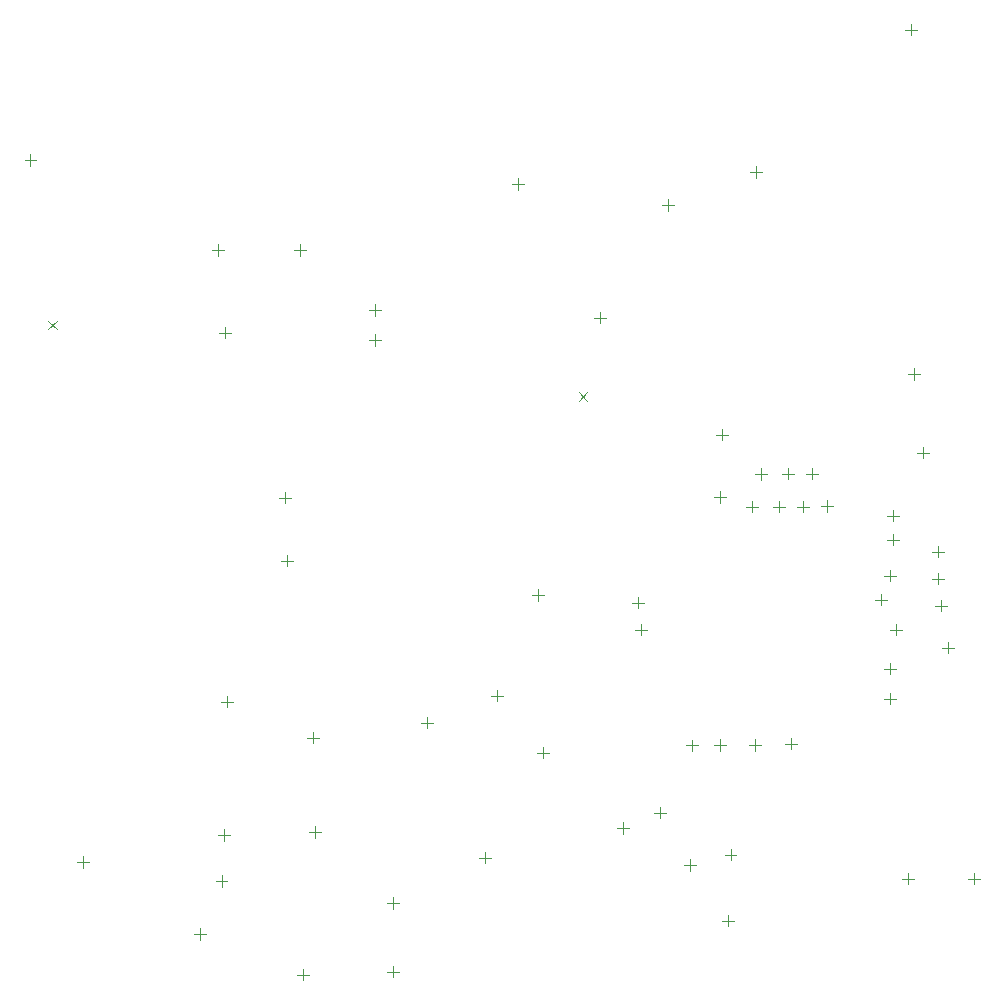
<source format=gbr>
G04*
G04 #@! TF.GenerationSoftware,Altium Limited,Altium Designer,25.2.1 (25)*
G04*
G04 Layer_Color=0*
%FSLAX25Y25*%
%MOIN*%
G70*
G04*
G04 #@! TF.SameCoordinates,93333BF9-B9FA-480E-9F15-3530D08D3613*
G04*
G04*
G04 #@! TF.FilePolarity,Positive*
G04*
G01*
G75*
%ADD141C,0.00394*%
%ADD145C,0.00197*%
D141*
X159157Y53031D02*
Y56968D01*
X157188Y55000D02*
X161126D01*
X128500Y15032D02*
Y18969D01*
X126532Y17000D02*
X130468D01*
X220083Y270532D02*
Y274468D01*
X218114Y272500D02*
X222051D01*
X190308Y207308D02*
X193092Y210092D01*
X190308D02*
X193092Y207308D01*
X168131Y279500D02*
X172069D01*
X170100Y277532D02*
Y281469D01*
X139700Y98032D02*
Y101969D01*
X137732Y100000D02*
X141668D01*
X176532Y90000D02*
X180468D01*
X178500Y88032D02*
Y91969D01*
X300000Y46031D02*
Y49968D01*
X298031Y48000D02*
X301969D01*
X321996Y46031D02*
Y49968D01*
X320028Y48000D02*
X323965D01*
X197500Y233032D02*
Y236968D01*
X195531Y235000D02*
X199469D01*
X7600Y285432D02*
Y289369D01*
X5632Y287400D02*
X9568D01*
X91031Y154000D02*
X94968D01*
X93000Y152032D02*
Y155968D01*
X161031Y109000D02*
X164969D01*
X163000Y107032D02*
Y110968D01*
X120394Y227500D02*
X124331D01*
X122362Y225532D02*
Y229468D01*
X120531Y237500D02*
X124469D01*
X122500Y235531D02*
Y239469D01*
X72500Y228031D02*
Y231968D01*
X70531Y230000D02*
X74468D01*
X13608Y231108D02*
X16392Y233892D01*
X13608D02*
X16392Y231108D01*
X68032Y257500D02*
X71969D01*
X70000Y255532D02*
Y259469D01*
X97500Y255532D02*
Y259469D01*
X95531Y257500D02*
X99468D01*
X90531Y175000D02*
X94468D01*
X92500Y173031D02*
Y176969D01*
X99875Y95000D02*
X103812D01*
X101843Y93032D02*
Y96969D01*
X237500Y173167D02*
Y177104D01*
X235531Y175136D02*
X239469D01*
X292032Y118000D02*
X295969D01*
X294000Y116032D02*
Y119968D01*
X247031Y92500D02*
X250969D01*
X249000Y90531D02*
Y94468D01*
X259032Y93000D02*
X262968D01*
X261000Y91031D02*
Y94968D01*
X226031Y92364D02*
X229969D01*
X228000Y90396D02*
Y94333D01*
X235531Y92500D02*
X239469D01*
X237500Y90531D02*
Y94468D01*
X210136Y138031D02*
Y141969D01*
X208167Y140000D02*
X212104D01*
X258032Y183000D02*
X261968D01*
X260000Y181032D02*
Y184968D01*
X263032Y172000D02*
X266968D01*
X265000Y170031D02*
Y173969D01*
X246031Y172000D02*
X249969D01*
X248000Y170031D02*
Y173969D01*
X255031Y172000D02*
X258968D01*
X257000Y170031D02*
Y173969D01*
X249031Y182884D02*
X252969D01*
X251000Y180916D02*
Y184853D01*
X271031Y172116D02*
X274969D01*
X273000Y170147D02*
Y174084D01*
X291000Y139032D02*
Y142968D01*
X289032Y141000D02*
X292969D01*
X310000Y146031D02*
Y149969D01*
X308032Y148000D02*
X311968D01*
X294116Y147031D02*
Y150969D01*
X292147Y149000D02*
X296084D01*
X310000Y155032D02*
Y158968D01*
X308032Y157000D02*
X311968D01*
X266032Y183000D02*
X269969D01*
X268000Y181032D02*
Y184968D01*
X295000Y159031D02*
Y162969D01*
X293032Y161000D02*
X296969D01*
X295116Y167032D02*
Y170968D01*
X293147Y169000D02*
X297084D01*
X211000Y129032D02*
Y132968D01*
X209032Y131000D02*
X212968D01*
X296000Y129032D02*
Y132968D01*
X294032Y131000D02*
X297969D01*
X203031Y64864D02*
X206968D01*
X205000Y62896D02*
Y66833D01*
X225532Y52636D02*
X229468D01*
X227500Y50667D02*
Y54604D01*
X311000Y137031D02*
Y140969D01*
X309032Y139000D02*
X312968D01*
X294000Y106032D02*
Y109968D01*
X292032Y108000D02*
X295969D01*
X302000Y214287D02*
Y218224D01*
X300031Y216256D02*
X303969D01*
X311496Y125000D02*
X315433D01*
X313465Y123031D02*
Y126969D01*
X247532Y283500D02*
X251468D01*
X249500Y281532D02*
Y285469D01*
X96531Y16000D02*
X100469D01*
X98500Y14031D02*
Y17968D01*
X71315Y45272D02*
Y49209D01*
X69346Y47240D02*
X73283D01*
X72047Y60532D02*
Y64468D01*
X70079Y62500D02*
X74016D01*
X303031Y190000D02*
X306968D01*
X305000Y188031D02*
Y191969D01*
X128558Y37895D02*
Y41832D01*
X126590Y39864D02*
X130527D01*
X176843Y140532D02*
Y144468D01*
X174874Y142500D02*
X178812D01*
X215531Y70000D02*
X219468D01*
X217500Y68032D02*
Y71969D01*
X238000Y194032D02*
Y197968D01*
X236032Y196000D02*
X239968D01*
X62032Y29492D02*
X65969D01*
X64000Y27523D02*
Y31460D01*
X240965Y54031D02*
Y57968D01*
X238996Y56000D02*
X242933D01*
X240000Y32032D02*
Y35969D01*
X238032Y34000D02*
X241968D01*
X73000Y105032D02*
Y108968D01*
X71031Y107000D02*
X74968D01*
X100531Y63500D02*
X104469D01*
X102500Y61532D02*
Y65469D01*
D145*
X299031Y331000D02*
X302969D01*
X301000Y329031D02*
Y332968D01*
X23031Y53500D02*
X26969D01*
X25000Y51531D02*
Y55468D01*
M02*

</source>
